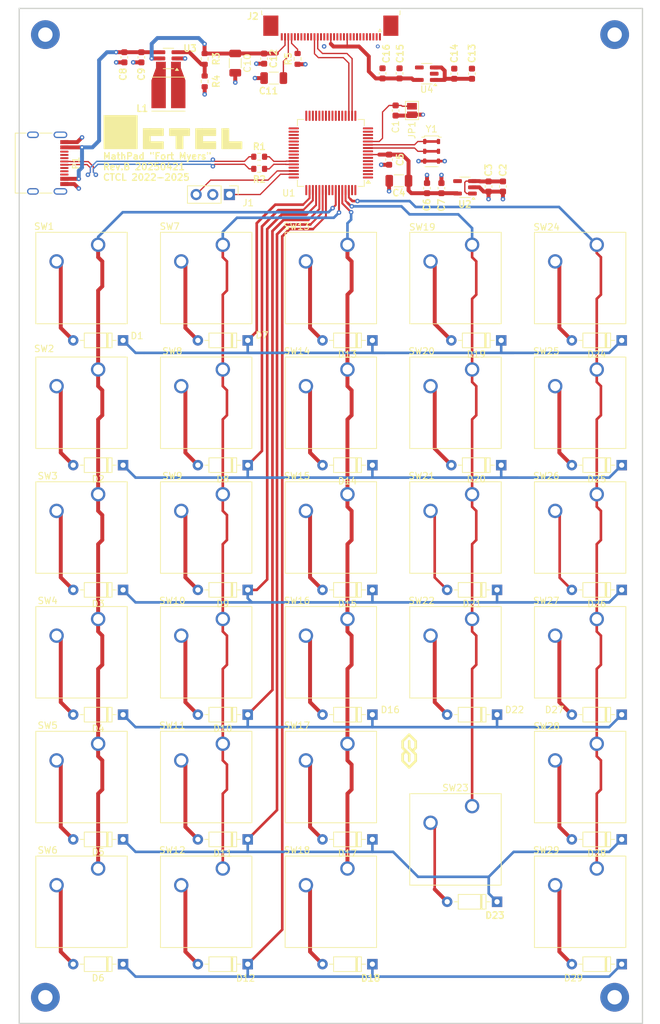
<source format=kicad_pcb>
(kicad_pcb (version 20240108) (generator "pcbnew") (generator_version "8.0")
  (layers (0 "F.Cu" signal) (1 "In1.Cu" signal) (2 "In2.Cu" signal) (31 "B.Cu" signal) (34 "B.Paste" user) (35 "F.Paste" user) (36 "B.SilkS" user "B.Silkscreen") (37 "F.SilkS" user "F.Silkscreen") (38 "B.Mask" user) (39 "F.Mask" user) (44 "Edge.Cuts" user))
  (net 0 "")
  (net 1 "GND")
  (net 2 "Net-(JP1-A)")
  (net 3 "VBUS")
  (net 4 "SYS_3V3")
  (net 5 "DISP_12V")
  (net 6 "Net-(J2-Pin_29)")
  (net 7 "DISP_3V3_IO")
  (net 8 "KEY_R1")
  (net 9 "Net-(D1-A)")
  (net 10 "KEY_R2")
  (net 11 "Net-(D2-A)")
  (net 12 "KEY_R3")
  (net 13 "Net-(D3-A)")
  (net 14 "Net-(D4-A)")
  (net 15 "KEY_R4")
  (net 16 "Net-(D5-A)")
  (net 17 "KEY_R5")
  (net 18 "KEY_R6")
  (net 19 "Net-(D6-A)")
  (net 20 "Net-(D7-A)")
  (net 21 "Net-(D8-A)")
  (net 22 "Net-(D9-A)")
  (net 23 "Net-(D10-A)")
  (net 24 "Net-(D11-A)")
  (net 25 "Net-(D12-A)")
  (net 26 "Net-(D13-A)")
  (net 27 "Net-(D14-A)")
  (net 28 "Net-(D15-A)")
  (net 29 "Net-(D16-A)")
  (net 30 "Net-(D17-A)")
  (net 31 "Net-(D18-A)")
  (net 32 "Net-(D19-A)")
  (net 33 "Net-(D20-A)")
  (net 34 "Net-(D21-A)")
  (net 35 "Net-(D22-A)")
  (net 36 "Net-(D23-A)")
  (net 37 "Net-(D24-A)")
  (net 38 "Net-(D25-A)")
  (net 39 "Net-(D26-A)")
  (net 40 "Net-(D27-A)")
  (net 41 "Net-(D28-A)")
  (net 42 "Net-(D29-A)")
  (net 43 "Net-(J1-Pin_1)")
  (net 44 "Net-(J1-Pin_3)")
  (net 49 "DISP_CL")
  (net 55 "DISP_DO")
  (net 57 "Net-(J2-Pin_28)")
  (net 59 "DISP_CS")
  (net 65 "Net-(U3-SW)")
  (net 68 "USB_CN_N")
  (net 69 "USB_CN_P")
  (net 70 "/USB_N")
  (net 71 "Net-(U3-FB)")
  (net 72 "KEY_C1")
  (net 73 "KEY_C2")
  (net 74 "KEY_C3")
  (net 75 "KEY_C4")
  (net 76 "KEY_C5")
  (net 77 "Net-(U1-PF0)")
  (net 115 "Net-(U1-PF1)")
  (net 126 "/USB_P")
  (footprint "Button_Switch_Keyboard:SW_Cherry_MX_1.00u_PCB" (layer "F.Cu") (at 81.115 123.24)
    (property "Reference" "SW10")
    (property "Value" "SW_Push")
  )
  (footprint "Button_Switch_Keyboard:SW_Cherry_MX_1.00u_PCB" (layer "F.Cu") (at 138.265 104.19)
    (property "Reference" "SW26")
    (property "Value" "SW_Push")
  )
  (footprint "Diode_THT:D_DO-35_SOD27_P7.62mm_Horizontal" (layer "F.Cu") (at 65.875 99.745 180)
    (property "Reference" "D2")
    (property "Value" "1N4148")
  )
  (footprint "MountingHole:MountingHole_2.2mm_M2_Pad" (layer "F.Cu") (at 54 34)
    (property "Reference" "H1" (hide yes))
    (property "Value" "MountingHole_Pad")
  )
  (footprint "Capacitor_SMD:C_0603_1608Metric" (layer "F.Cu") (at 116.4875 39.97 90)
    (property "Reference" "C14")
    (property "Value" "100nF")
  )
  (footprint "Package_TO_SOT_SMD:TSOT-23-5" (layer "F.Cu") (at 112.2875 39.97 180)
    (property "Reference" "U4")
    (property "Value" "RT9078-33GJS")
  )
  (footprint "Button_Switch_Keyboard:SW_Cherry_MX_1.00u_PCB" (layer "F.Cu") (at 119.215 123.24)
    (property "Reference" "SW22")
    (property "Value" "SW_Push")
  )
  (footprint "Diode_THT:D_DO-35_SOD27_P7.62mm_Horizontal" (layer "F.Cu") (at 142.075 99.745 180)
    (property "Reference" "D25")
    (property "Value" "1N4148")
  )
  (footprint "Diode_THT:D_DO-35_SOD27_P7.62mm_Horizontal" (layer "F.Cu") (at 84.925 156.895 180)
    (property "Reference" "D11")
    (property "Value" "1N4148")
  )
  (footprint "Button_Switch_Keyboard:SW_Cherry_MX_1.00u_PCB" (layer "F.Cu") (at 100.165 66.09)
    (property "Reference" "SW13")
    (property "Value" "SW_Push")
  )
  (footprint "Button_Switch_Keyboard:SW_Cherry_MX_1.00u_PCB" (layer "F.Cu") (at 81.115 104.19)
    (property "Reference" "SW9")
    (property "Value" "SW_Push")
  )
  (footprint "Inductor_SMD:L_Taiyo-Yuden_MD-5050" (layer "F.Cu") (at 72.805 43.09)
    (property "Reference" "L1")
    (property "Value" "L_Small")
  )
  (footprint "Diode_THT:D_DO-35_SOD27_P7.62mm_Horizontal" (layer "F.Cu") (at 123.66 99.745 180)
    (property "Reference" "D20")
    (property "Value" "1N4148")
  )
  (footprint "Button_Switch_Keyboard:SW_Cherry_MX_1.00u_PCB" (layer "F.Cu") (at 138.265 85.14)
    (property "Reference" "SW25")
    (property "Value" "SW_Push")
  )
  (footprint "Button_Switch_Keyboard:SW_Cherry_MX_1.00u_PCB" (layer "F.Cu") (at 138.265 66.09)
    (property "Reference" "SW24")
    (property "Value" "SW_Push")
  )
  (footprint "Resistor_SMD:R_0603_1608Metric" (layer "F.Cu") (at 78.3425 41.14 -90)
    (property "Reference" "R4")
    (property "Value" "68K")
  )
  (footprint "Diode_THT:D_DO-35_SOD27_P7.62mm_Horizontal" (layer "F.Cu") (at 65.875 80.695 180)
    (property "Reference" "D1")
    (property "Value" "1N4148")
  )
  (footprint "Button_Switch_Keyboard:SW_Cherry_MX_1.00u_PCB" (layer "F.Cu") (at 138.265 142.29)
    (property "Reference" "SW28")
    (property "Value" "SW_Push")
  )
  (footprint "Capacitor_SMD:C_0603_1608Metric" (layer "F.Cu") (at 66.0675 37.465 -90)
    (property "Reference" "C8")
    (property "Value" "1uF")
  )
  (footprint "Button_Switch_Keyboard:SW_Cherry_MX_1.00u_PCB" (layer "F.Cu") (at 100.165 85.14)
    (property "Reference" "SW14")
    (property "Value" "SW_Push")
  )
  (footprint "Diode_THT:D_DO-35_SOD27_P7.62mm_Horizontal" (layer "F.Cu") (at 123.66 80.695 180)
    (property "Reference" "D19")
    (property "Value" "1N4148")
  )
  (footprint "Button_Switch_Keyboard:SW_Cherry_MX_1.00u_PCB" (layer "F.Cu") (at 62.065 161.34)
    (property "Reference" "SW6")
    (property "Value" "SW_Push")
  )
  (footprint "Package_TO_SOT_SMD:SOT-23-6" (layer "F.Cu") (at 72.805 37.64 180)
    (property "Reference" "U3")
    (property "Value" "TLV61046ADB")
  )
  (footprint "Capacitor_SMD:C_0603_1608Metric" (layer "F.Cu") (at 87.425 37.665 -90)
    (property "Reference" "C12")
    (property "Value" "100nF")
  )
  (footprint "Diode_THT:D_DO-35_SOD27_P7.62mm_Horizontal" (layer "F.Cu") (at 103.975 99.745 180)
    (property "Reference" "D14")
    (property "Value" "1N4148")
  )
  (footprint "Capacitor_SMD:C_0603_1608Metric" (layer "F.Cu") (at 114.525 57.445 90)
    (property "Reference" "C7")
    (property "Value" "1uF")
  )
  (footprint "Diode_THT:D_DO-35_SOD27_P7.62mm_Horizontal" (layer "F.Cu") (at 65.875 156.895 180)
    (property "Reference" "D5")
    (property "Value" "1N4148")
  )
  (footprint "Package_TO_SOT_SMD:TSOT-23-5" (layer "F.Cu") (at 118.125 57.32 180)
    (property "Reference" "U2")
    (property "Value" "RT9078-33GJS")
  )
  (footprint "Diode_THT:D_DO-35_SOD27_P7.62mm_Horizontal" (layer "F.Cu") (at 142.075 80.695 180)
    (property "Reference" "D24")
    (property "Value" "1N4148")
  )
  (footprint "Diode_THT:D_DO-35_SOD27_P7.62mm_Horizontal" (layer "F.Cu") (at 142.075 156.895 180)
    (property "Reference" "D28")
    (property "Value" "1N4148")
  )
  (footprint "Button_Switch_Keyboard:SW_Cherry_MX_1.00u_PCB" (layer "F.Cu") (at 138.265 161.34)
    (property "Reference" "SW29")
    (property "Value" "SW_Push")
  )
  (footprint "Diode_THT:D_DO-35_SOD27_P7.62mm_Horizontal" (layer "F.Cu") (at 84.925 99.745 180)
    (property "Reference" "D8")
    (property "Value" "1N4148")
  )
  (footprint "Diode_THT:D_DO-35_SOD27_P7.62mm_Horizontal" (layer "F.Cu") (at 103.975 137.845 180)
    (property "Reference" "D16")
    (property "Value" "1N4148")
  )
  (footprint "MountingHole:MountingHole_2.2mm_M2_Pad" (layer "F.Cu") (at 141 34)
    (property "Reference" "H4" (hide yes))
    (property "Value" "MountingHole_Pad")
  )
  (footprint "Diode_THT:D_DO-35_SOD27_P7.62mm_Horizontal" (layer "F.Cu") (at 123.025 166.42 180)
    (property "Reference" "D23")
    (property "Value" "1N4148")
  )
  (footprint "Diode_THT:D_DO-35_SOD27_P7.62mm_Horizontal" (layer "F.Cu") (at 142.075 175.945 180)
    (property "Reference" "D29")
    (property "Value" "1N4148")
  )
  (footprint "Button_Switch_Keyboard:SW_Cherry_MX_1.00u_PCB" (layer "F.Cu") (at 81.115 142.29)
    (property "Reference" "SW11")
    (property "Value" "SW_Push")
  )
  (footprint "Capacitor_SMD:C_0603_1608Metric" (layer "F.Cu") (at 68.6675 37.465 -90)
    (property "Reference" "C9")
    (property "Value" "100nF")
  )
  (footprint "Diode_THT:D_DO-35_SOD27_P7.62mm_Horizontal" (layer "F.Cu") (at 84.925 137.845 180)
    (property "Reference" "D10")
    (property "Value" "1N4148")
  )
  (footprint "Button_Switch_Keyboard:SW_Cherry_MX_1.00u_PCB" (layer "F.Cu") (at 100.165 142.29)
    (property "Reference" "SW17")
    (property "Value" "SW_Push")
  )
  (footprint "Button_Switch_Keyboard:SW_Cherry_MX_1.00u_PCB" (layer "F.Cu") (at 62.065 66.09)
    (property "Reference" "SW1")
    (property "Value" "SW_Push")
  )
  (footprint "Diode_THT:D_DO-35_SOD27_P7.62mm_Horizontal" (layer "F.Cu") (at 65.875 137.845 180)
    (property "Reference" "D4")
    (property "Value" "1N4148")
  )
  (footprint "Diode_THT:D_DO-35_SOD27_P7.62mm_Horizontal" (layer "F.Cu") (at 65.875 118.795 180)
    (property "Reference" "D3")
    (property "Value" "1N4148")
  )
  (footprint "Connector_USB:USB_C_Receptacle_G-Switch_GT-USB-7010ASV" (layer "F.Cu") (at 53.175 53.62 -90)
    (property "Reference" "P1")
    (property "Value" "USB_C_Plug_USB2.0")
  )
  (footprint "Diode_THT:D_DO-35_SOD27_P7.62mm_Horizontal" (layer "F.Cu") (at 84.925 118.795 180)
    (property "Reference" "D9")
    (property "Value" "1N4148")
  )
  (footprint "MountingHole:MountingHole_2.2mm_M2_Pad" (layer "F.Cu") (at 141 181)
    (property "Reference" "H3" (hide yes))
    (property "Value" "MountingHole_Pad")
  )
  (footprint "Diode_THT:D_DO-35_SOD27_P7.62mm_Horizontal" (layer "F.Cu") (at 142.075 118.795 180)
    (property "Reference" "D26")
    (property "Value" "1N4148")
  )
  (footprint "Diode_THT:D_DO-35_SOD27_P7.62mm_Horizontal" (layer "F.Cu") (at 84.925 80.695 180)
    (property "Reference" "D7")
    (property "Value" "1N4148")
  )
  (footprint "Resistor_SMD:R_0603_1608Metric" (layer "F.Cu") (at 86.675 54.5 180)
    (property "Reference" "R2")
    (property "Value" "0")
  )
  (footprint "Button_Switch_Keyboard:SW_Cherry_MX_1.00u_PCB" (layer "F.Cu") (at 62.065 142.29)
    (property "Reference" "SW5")
    (property "Value" "SW_Push")
  )
  (footprint "Button_Switch_Keyboard:SW_Cherry_MX_1.00u_PCB" (layer "F.Cu") (at 62.065 104.19)
    (property "Reference" "SW3")
    (property "Value" "SW_Push")
  )
  (footprint "Capacitor_SMD:C_1206_3216Metric" (layer "F.Cu") (at 108.025 56.32 180)
    (property "Reference" "C4")
    (property "Value" "4.7uF")
  )
  (footprint "Diode_THT:D_DO-35_SOD27_P7.62mm_Horizontal" (layer "F.Cu") (at 65.875 175.945 180)
    (property "Reference" "D6")
    (property "Value" "1N4148")
  )
  (footprint "Button_Switch_Keyboard:SW_Cherry_MX_1.00u_PCB" (layer "F.Cu") (at 119.215 66.09)
    (property "Reference" "SW19")
    (property "Value" "SW_Push")
  )
  (footprint "Diode_THT:D_DO-35_SOD27_P7.62mm_Horizontal" (layer "F.Cu") (at 84.925 175.945 180)
    (property "Reference" "D12")
    (property "Value" "1N4148")
  )
  (footprint "Capacitor_SMD:C_0603_1608Metric" (layer "F.Cu") (at 106.525 53.095 -90)
    (property "Reference" "C5")
    (property "Value" "100nF")
  )
  (footprint "Button_Switch_Keyboard:SW_Cherry_MX_1.00u_PCB" (layer "F.Cu") (at 119.215 85.14)
    (property "Reference" "SW20")
    (property "Value" "SW_Push")
  )
  (footprint "Button_Switch_Keyboard:SW_Cherry_MX_1.00u_PCB" (layer "F.Cu") (at 81.115 66.09)
    (property "Reference" "SW7")
    (property "Value" "SW_Push")
  )
  (footprint "Capacitor_SMD:C_0603_1608Metric" (layer "F.Cu") (at 105.525 39.92 90)
    (property "Reference" "C16")
    (property "Value" "1uF")
  )
  (footprint "Diode_THT:D_DO-35_SOD27_P7.62mm_Horizontal" (layer "F.Cu") (at 103.975 118.795 180)
    (property "Reference" "D15")
    (property "Value" "1N4148")
  )
  (footprint "MountingHole:MountingHole_2.2mm_M2_Pad" (layer "F.Cu") (at 54 181)
    (property "Reference" "H2" (hide yes))
    (property "Value" "MountingHole_Pad")
  )
  (footprint "Resistor_SMD:R_0603_1608Metric" (layer "F.Cu") (at 92.545 37.705 90)
    (property "Reference" "R5")
    (property "Value" "910K")
  )
  (footprint "Button_Switch_Keyboard:SW_Cherry_MX_1.00u_PCB" (layer "F.Cu") (at 119.215 104.19)
    (property "Reference" "SW21")
    (property "Value" "SW_Push")
  )
  (footprint "Capacitor_SMD:C_1206_3216Metric" (layer "F.Cu") (at 83.02 38.355 -90)
    (property "Reference" "C10")
    (property "Value" "4.7uF")
  )
  (footprint "Capacitor_SMD:C_0603_1608Metric" (layer "F.Cu") (at 107.525 45.59 -90)
    (property "Reference" "C1")
    (property "Value" "100nF")
  )
  (footprint "Button_Switch_Keyboard:SW_Cherry_MX_1.00u_PCB" (layer "F.Cu") (at 62.065 85.14)
    (property "Reference" "SW2")
    (property "Value" "SW_Push")
  )
  (footprint "Diode_THT:D_DO-35_SOD27_P7.62mm_Horizontal" (layer "F.Cu") (at 103.975 80.695 180)
    (property "Reference" "D13")
    (property "Value" "1N4148")
  )
  (footprint "Capacitor_SMD:C_0603_1608Metric" (layer "F.Cu") (at 119.1875 39.97 90)
    (property "Reference" "C13")
    (property "Value" "1uF")
  )
  (footprint "Button_Switch_Keyboard:SW_Cherry_MX_1.00u_PCB" (layer "F.Cu") (at 100.165 104.19)
    (property "Reference" "SW15")
    (property "Value" "SW_Push")
  )
  (footprint "Diode_THT:D_DO-35_SOD27_P7.62mm_Horizontal" (layer "F.Cu") (at 103.975 175.945 180)
    (property "Reference" "D18")
    (property "Value" "1N4148")
  )
  (footprint "Capacitor_SMD:C_1206_3216Metric" (layer "F.Cu") (at 88.9 40.64 180)
    (property "Reference" "C11")
    (property "Value" "4.7uF")
  )
  (footprint "Diode_THT:D_DO-35_SOD27_P7.62mm_Horizontal" (layer "F.Cu") (at 123.025 137.845 180)
    (property "Reference" "D22")
    (property "Value" "1N4148")
  )
  (footprint "Jumper:SolderJumper-2_P1.3mm_Open_Pad1.0x1.5mm" (layer "F.Cu") (at 110.025 45.59 -90)
    (property "Reference" "JP1")
    (property "Value" "Jumper_2_Open")
  )
  (footprint "Package_QFP:LQFP-64_10x10mm_P0.5mm" (layer "F.Cu") (at 97.625 52.07 180)
    (property "Reference" "U1")
    (property "Value" "STM32G0B1RCTx")
  )
  (footprint "Button_Switch_Keyboard:SW_Cherry_MX_1.00u_PCB" (layer "F.Cu") (at 100.165 161.34)
    (property "Reference" "SW18")
    (property "Value" "SW_Push")
  )
  (footprint "Diode_THT:D_DO-35_SOD27_P7.62mm_Horizontal" (layer "F.Cu") (at 142.075 137.845 180)
    (property "Reference" "D27")
    (property "Value" "1N4148")
  )
  (footprint "Button_Switch_Keyboard:SW_Cherry_MX_1.00u_PCB" (layer "F.Cu") (at 119.215 151.815)
    (property "Reference" "SW23")
    (property "Value" "SW_Push")
  )
  (footprint "Resistor_SMD:R_0603_1608Metric" (layer "F.Cu") (at 86.675 52.65 180)
    (property "Reference" "R1")
    (property "Value" "0")
  )
  (footprint "Capacitor_SMD:C_0603_1608Metric" (layer "F.Cu") (at 112.325 57.445 90)
    (property "Reference" "C6")
    (property "Value" "100nF")
  )
  (footprint "Capacitor_SMD:C_0603_1608Metric" (layer "F.Cu") (at 108.125 39.92 90)
    (property "Reference" "C15")
    (property "Value" "100nF")
  )
  (footprint "Button_Switch_Keyboard:SW_Cherry_MX_1.00u_PCB" (layer "F.Cu") (at 138.265 123.24)
    (property "Reference" "SW27")
    (property "Value" "SW_Push")
  )
  (footprint "Connector_FFC-FPC:TE_3-1734839-1_1x31-1MP_P0.5mm_Horizontal" (layer "F.Cu") (at 97.625 32.99 180)
    (property "Reference" "J2")
    (property "Value" "Conn_01x31_Shielded")
  )
  (footprint "Capacitor_SMD:C_0603_1608Metric" (layer "F.Cu") (at 123.925 57.195 -90)
    (property "Reference" "C2")
    (property "Value" "1uF")
  )
  (footprint "Capacitor_SMD:C_0603_1608Metric" (layer "F.Cu") (at 121.725 57.195 -90)
    (property "Reference" "C3")
    (property "Value" "100nF")
  )
  (footprint "Connector_PinHeader_2.54mm:PinHeader_1x03_P2.54mm_Vertical" (layer "F.Cu") (at 82.125 58.42 -90)
    (property "Reference" "J1")
    (property "Value" "SWD")
  )
  (footprint "Button_Switch_Keyboard:SW_Cherry_MX_1.00u_PCB" (layer "F.Cu") (at 100.165 123.24)
    (property "Reference" "SW16")
    (property "Value" "SW_Push")
  )
  (footprint "Diode_THT:D_DO-35_SOD27_P7.62mm_Horizontal" (layer "F.Cu") (at 103.975 156.895 180)
    (property "Reference" "D17")
    (property "Value" "1N4148")
  )
  (footprint "Resistor_SMD:R_0603_1608Metric" (layer "F.Cu") (at 78.3425 37.715 -90)
    (property "Reference" "R3")
    (property "Value" "1M")
  )
  (footprint "Button_Switch_Keyboard:SW_Cherry_MX_1.00u_PCB" (layer "F.Cu") (at 81.115 161.34)
    (property "Reference" "SW12")
    (property "Value" "SW_Push")
  )
  (footprint "Button_Switch_Keyboard:SW_Cherry_MX_1.00u_PCB" (layer "F.Cu") (at 81.115 85.14)
    (property "Reference" "SW8")
    (property "Value" "SW_Push")
  )
  (footprint "Crystal:Resonator_SMD_Murata_CSTCR_4.5x2x1.15mm" (layer "F.Cu") (at 113.025 51.82)
    (property "Reference" "Y1")
    (property "Value" "Crystal_GND3_Small")
  )
  (footprint "Diode_THT:D_DO-35_SOD27_P7.62mm_Horizontal" (layer "F.Cu") (at 123.025 118.795 180)
    (property "Reference" "D21")
    (property "Value" "1N4148")
  )
  (footprint "Button_Switch_Keyboard:SW_Cherry_MX_1.00u_PCB" (layer "F.Cu") (at 62.065 123.24)
    (property "Reference" "SW4")
    (property "Value" "SW_Push")
  )
  (gr_poly (pts (xy 70.255 45.19) (xy 70.255 40.99) (xy 70.955 39.09) (xy 70.955 38.19) (xy 72.355 38.19) (xy 72.355 45.19)) (stroke (width 0.1)) (fill solid) (layer "F.Cu") (net 3))
  (gr_poly (pts (xy 75.355 45.19) (xy 75.355 40.99) (xy 74.655 39.09) (xy 74.655 38.19) (xy 73.255 38.19) (xy 73.255 45.19)) (stroke (width 0.1)) (fill solid) (layer "F.Cu") (net 65))
  (gr_line (start 109.6 140.9) (end 110.6 141.9) (stroke (width 0.4)) (layer "F.SilkS"))
  (gr_line (start 108.6 141.9) (end 108.6 142.9) (stroke (width 0.4)) (layer "F.SilkS"))
  (gr_line (start 108.6 143.9) (end 109.1 143.4) (stroke (width 0.4)) (layer "F.SilkS"))
  (gr_rect (start 69 48.39) (end 70 51.39) (stroke (width 0.2)) (fill solid) (layer "F.SilkS"))
  (gr_rect (start 82 50.39) (end 84 51.39) (stroke (width 0.2)) (fill solid) (layer "F.SilkS"))
  (gr_rect (start 63 46.39) (end 68 51.39) (stroke (width 0.2)) (fill solid) (layer "F.SilkS"))
  (gr_line (start 109.6 144.9) (end 109.6 143.9) (stroke (width 0.4)) (layer "F.SilkS"))
  (gr_line (start 110.6 143.9) (end 110.6 144.9) (stroke (width 0.4)) (layer "F.SilkS"))
  (gr_rect (start 70 50.39) (end 72 51.39) (stroke (width 0.2)) (fill solid) (layer "F.SilkS"))
  (gr_line (start 109.6 141.9) (end 109.6 142.9) (stroke (width 0.4)) (layer "F.SilkS"))
  (gr_rect (start 78 48.39) (end 80 49.39) (stroke (width 0.2)) (fill solid) (layer "F.SilkS"))
  (gr_rect (start 70 48.39) (end 72 49.39) (stroke (width 0.2)) (fill solid) (layer "F.SilkS"))
  (gr_rect (start 77 48.39) (end 78 51.39) (stroke (width 0.2)) (fill solid) (layer "F.SilkS"))
  (gr_line (start 110.6 142.9) (end 110.1 143.4) (stroke (width 0.4)) (layer "F.SilkS"))
  (gr_line (start 109.6 140.9) (end 108.6 141.9) (stroke (width 0.4)) (layer "F.SilkS"))
  (gr_line (start 109.6 145.9) (end 108.6 144.9) (stroke (width 0.4)) (layer "F.SilkS"))
  (gr_line (start 110.6 144.9) (end 109.6 145.9) (stroke (width 0.4)) (layer "F.SilkS"))
  (gr_line (start 108.6 143.9) (end 108.6 144.9) (stroke (width 0.4)) (layer "F.SilkS"))
  (gr_rect (start 81 48.39) (end 82 51.39) (stroke (width 0.2)) (fill solid) (layer "F.SilkS"))
  (gr_rect (start 78 50.39) (end 80 51.39) (stroke (width 0.2)) (fill solid) (layer "F.SilkS"))
  (gr_line (start 110.6 142.9) (end 110.6 141.9) (stroke (width 0.4)) (layer "F.SilkS"))
  (gr_rect (start 73 48.39) (end 76 49.39) (stroke (width 0.2)) (fill solid) (layer "F.SilkS"))
  (gr_rect (start 74 49.39) (end 75 51.39) (stroke (width 0.2)) (fill solid) (layer "F.SilkS"))
  (gr_line (start 109.6 142.9) (end 110.6 143.9) (stroke (width 0.4)) (layer "F.SilkS"))
  (gr_line (start 108.6 142.9) (end 109.6 143.9) (stroke (width 0.4)) (layer "F.SilkS"))
  (gr_rect (start 50 30) (end 145.25 185) (stroke (width 0.2)) (fill none) (layer "Edge.Cuts"))
  (gr_text "MathPad {dblquote}Fort Myers{dblquote}\nRev.B 20250421\nCTCL 2022-2025" (at 62.7 56.38 0) (layer "F.SilkS") (effects (font (size 1 1) (thickness 0.2) (bold yes)) (justify left bottom)))
  (via (at 104.8 35.8) (size 0.6) (drill 0.3) (layers "F.Cu" "B.Cu") (net 0))
  (via (at 96.6 35.8) (size 0.7) (drill 0.3) (layers "F.Cu" "B.Cu") (net 0))
  (segment (start 107.525 46.365) (end 109.9 46.365) (width 0.6) (layer "F.Cu") (net 1))
  (segment (start 110.045 46.22) (end 110.025 46.24) (width 0.6) (layer "F.Cu") (net 1))
  (segment (start 58.42 56.82) (end 56.9 56.82) (width 0.6) (layer "F.Cu") (net 1))
  (segment (start 106.525 57.92) (end 106.525 56.345) (width 0.6) (layer "F.Cu") (net 1))
  (segment (start 115.025 53.32) (end 111.025 53.32) (width 0.4) (layer "F.Cu") (net 1))
  (segment (start 64.825 38.24) (end 66.0675 38.24) (width 0.6) (layer "F.Cu") (net 1))
  (segment (start 59.1 57.5) (end 58.42 56.82) (width 0.6) (layer "F.Cu") (net 1))
  (segment (start 75.345 37.64) (end 73.9425 37.64) (width 0.6) (layer "F.Cu") (net 1))
  (segment (start 120.325 57.32) (end 120.975 57.97) (width 0.6) (layer "F.Cu") (net 1))
  (segment (start 86.025 40.64) (end 87.425 40.64) (width 0.6) (layer "F.Cu") (net 1))
  (segment (start 114.525 55.445) (end 114.525 56.67) (width 0.6) (layer "F.Cu") (net 1))
  (segment (start 121.725 57.97) (end 121.725 59.12) (width 0.6) (layer "F.Cu") (net 1))
  (segment (start 114.53 55.44) (end 114.525 55.445) (width 0.6) (layer "F.Cu") (net 1))
  (segment (start 112.325 55.445) (end 112.325 56.67) (width 0.6) (layer "F.Cu") (net 1))
  (segment (start 109.9 46.365) (end 110.025 46.24) (width 0.6) (layer "F.Cu") (net 1))
  (segment (start 83.025 41.32) (end 83.02 41.315) (width 0.6) (layer "F.Cu") (net 1))
  (segment (start 83.02 41.315) (end 83.02 39.83) (width 0.6) (layer "F.Cu") (net 1))
  (segment (start 119.2625 57.32) (end 120.325 57.32) (width 0.6) (layer "F.Cu") (net 1))
  (segment (start 112.32 55.44) (end 112.325 55.445) (width 0.6) (layer "F.Cu") (net 1))
  (segment (start 59.6 49.7) (end 58.88 50.42) (width 0.6) (layer "F.Cu") (net 1))
  (segment (start 111.725 46.22) (end 110.045 46.22) (width 0.6) (layer "F.Cu") (net 1))
  (segment (start 105.325 53.87) (end 106.525 53.87) (width 0.6) (layer "F.Cu") (net 1))
  (segment (start 58.88 50.42) (end 56.9 50.42) (width 0.6) (layer "F.Cu") (net 1))
  (segment (start 92.545 38.53) (end 93.73 38.53) (width 0.6) (layer "F.Cu") (net 1))
  (segment (start 106.525 56.345) (end 106.55 56.32) (width 0.2) (layer "F.Cu") (net 1))
  (segment (start 78.3425 43.12) (end 78.3425 41.965) (width 0.6) (layer "F.Cu") (net 1))
  (segment (start 120.975 57.97) (end 123.925 57.97) (width 0.6) (layer "F.Cu") (net 1))
  (segment (start 86.24 38.44) (end 87.425 38.44) (width 0.6) (layer "F.Cu") (net 1))
  (segment (start 123.925 57.97) (end 123.925 59.12) (width 0.6) (layer "F.Cu") (net 1))
  (segment (start 67.425 38.24) (end 68.6675 38.24) (width 0.6) (layer "F.Cu") (net 1))
  (via (at 67.425 38.24) (size 0.7) (drill 0.3) (layers "F.Cu" "B.Cu") (net 1))
  (via (at 111.025 53.32) (size 0.7) (drill 0.3) (layers "F.Cu" "B.Cu") (net 1))
  (via (at 64.825 38.24) (size 0.7) (drill 0.3) (layers "F.Cu" "B.Cu") (net 1))
  (via (at 75.345 37.64) (size 0.7) (drill 0.3) (layers "F.Cu" "B.Cu") (net 1))
  (via (at 114.53 55.44) (size 0.7) (drill 0.3) (layers "F.Cu" "B.Cu") (net 1))
  (via (at 121.725 59.12) (size 0.7) (drill 0.3) (layers "F.Cu" "B.Cu") (net 1))
  (via (at 111.725 46.22) (size 0.6) (drill 0.3) (layers "F.Cu" "B.Cu") (net 1))
  (via (at 83.025 41.32) (size 0.7) (drill 0.3) (layers "F.Cu" "B.Cu") (net 1))
  (via (at 86.025 40.64) (size 0.7) (drill 0.3) (layers "F.Cu" "B.Cu") (net 1))
  (via (at 86.24 38.44) (size 0.7) (drill 0.3) (layers "F.Cu" "B.Cu") (net 1))
  (via (at 123.925 59.12) (size 0.7) (drill 0.3) (layers "F.Cu" "B.Cu") (net 1))
  (via (at 115.025 53.32) (size 0.7) (drill 0.3) (layers "F.Cu" "B.Cu") (net 1))
  (via (at 112.32 55.44) (size 0.7) (drill 0.3) (layers "F.Cu" "B.Cu") (net 1))
  (via (at 59.1 57.5) (size 0.7) (drill 0.3) (layers "F.Cu" "B.Cu") (net 1))
  (via (at 105.325 53.87) (size 0.7) (drill 0.3) (layers "F.Cu" "B.Cu") (net 1))
  (via (at 93.73 38.53) (size 0.7) (drill 0.3) (layers "F.Cu" "B.Cu") (net 1))
  (via (at 59.6 49.7) (size 0.7) (drill 0.3) (layers "F.Cu" "B.Cu") (net 1))
  (via (at 78.3425 43.12) (size 0.7) (drill 0.3) (layers "F.Cu" "B.Cu") (net 1))
  (via (at 106.525 57.92) (size 0.7) (drill 0.3) (layers "F.Cu" "B.Cu") (net 1))
  (segment (start 108.525 44.94) (end 110.025 44.94) (width 0.2) (layer "F.Cu") (net 2))
  (segment (start 108.4 44.815) (end 108.525 44.94) (width 0.2) (layer "F.Cu") (net 2))
  (segment (start 105.525 49.82) (end 105.525 45.82) (width 0.2) (layer "F.Cu") (net 2))
  (segment (start 106.53 44.815) (end 107.525 44.815) (width 0.2) (layer "F.Cu") (net 2))
  (segment (start 105.025 50.32) (end 105.525 49.82) (width 0.2) (layer "F.Cu") (net 2))
  (segment (start 105.525 45.82) (end 106.53 44.815) (width 0.2) (layer "F.Cu") (net 2))
  (segment (start 107.525 44.815) (end 108.4 44.815) (width 0.2) (layer "F.Cu") (net 2))
  (segment (start 103.3 50.32) (end 105.025 50.32) (width 0.2) (layer "F.Cu") (net 2))
  (segment (start 114.525 39.02) (end 113.425 39.02) (width 0.6) (layer "F.Cu") (net 3))
  (segment (start 71.6675 36.69) (end 66.0675 36.69) (width 0.6) (layer "F.Cu") (net 3))
  (segment (start 115.025 39.52) (end 114.525 39.02) (width 0.6) (layer "F.Cu") (net 3))
  (segment (start 120.425 56.42) (end 123.925 56.42) (width 0.6) (layer "F.Cu") (net 3))
  (segment (start 119.2625 56.37) (end 120.375 56.37) (width 0.6) (layer "F.Cu") (net 3))
  (segment (start 120.375 56.37) (end 120.425 56.42) (width 0.2) (layer "F.Cu") (net 3))
  (segment (start 59.1 56.02) (end 56.9 56.02) (width 0.6) (layer "F.Cu") (net 3))
  (segment (start 119.2625 58.27) (end 118.39 58.27) (width 0.2) (layer "F.Cu") (net 3))
  (segment (start 118.1 57.98) (end 118.1 56.56) (width 0.2) (layer "F.Cu") (net 3))
  (segment (start 118.39 58.27) (end 118.1 57.98) (width 0.2) (layer "F.Cu") (net 3))
  (segment (start 113.425 40.92) (end 115.025 40.92) (width 0.6) (layer "F.Cu") (net 3))
  (segment (start 66.0675 36.69) (end 64.82 36.69) (width 0.6) (layer "F.Cu") (net 3))
  (segment (start 115.025 40.92) (end 115.025 39.52) (width 0.6) (layer "F.Cu") (net 3))
  (segment (start 119.1875 40.745) (end 116.4875 40.745) (width 0.6) (layer "F.Cu") (net 3))
  (segment (start 59.6 51.22) (end 56.9 51.22) (width 0.6) (layer "F.Cu") (net 3))
  (segment (start 118.1 56.56) (end 118.29 56.37) (width 0.2) (layer "F.Cu") (net 3))
  (segment (start 118.29 56.37) (end 119.2625 56.37) (width 0.2) (layer "F.Cu") (net 3))
  (segment (start 115.2 40.745) (end 116.4875 40.745) (width 0.6) (layer "F.Cu") (net 3))
  (segment (start 115.025 40.92) (end 115.2 40.745) (width 0.6) (layer "F.Cu") (net 3))
  (via (at 59.1 56.02) (size 0.7) (drill 0.3) (layers "F.Cu" "B.Cu") (net 3))
  (via (at 59.6 51.22) (size 0.7) (drill 0.3) (layers "F.Cu" "B.Cu") (net 3))
  (via (at 64.8 36.69) (size 0.7) (drill 0.3) (layers "F.Cu" "B.Cu") (net 3))
  (segment (start 59.6 51.22) (end 59.6 54.3) (width 0.6) (layer "B.Cu") (net 3))
  (segment (start 64.8 36.69) (end 64.82 36.69) (width 0.6) (layer "B.Cu") (net 3))
  (segment (start 62.21 37.9) (end 63.42 36.69) (width 0.6) (layer "B.Cu") (net 3))
  (segment (start 61.19 51.22) (end 62.21 50.2) (width 0.6) (layer "B.Cu") (net 3))
  (segment (start 59.6 51.22) (end 61.19 51.22) (width 0.6) (layer "B.Cu") (net 3))
  (segment (start 62.21 50.2) (end 62.21 37.9) (width 0.6) (layer "B.Cu") (net 3))
  (segment (start 59.6 54.3) (end 59.1 54.8) (width 0.6) (layer "B.Cu") (net 3))
  (segment (start 59.1 54.8) (end 59.1 56.02) (width 0.6) (layer "B.Cu") (net 3))
  (segment (start 63.42 36.69) (end 64.8 36.69) (width 0.6) (layer "B.Cu") (net 3))
  (segment (start 109.5 56.32) (end 109.5 57.795) (width 0.6) (layer "F.Cu") (net 4))
  (segment (start 109.5 53.295) (end 109.5 56.32) (width 0.6) (layer "F.Cu") (net 4))
  (segment (start 108.525 52.32) (end 109.5 53.295) (width 0.6) (layer "F.Cu") (net 4))
  (segment (start 116.9375 58.22) (end 116.9875 58.27) (width 0.6) (layer "F.Cu") (net 4))
  (segment (start 103.3 52.32) (end 105.025 52.32) (width 0.2) (layer "F.Cu") (net 4))
  (segment (start 106.525 52.32) (end 105.025 52.32) (width 0.6) (layer "F.Cu") (net 4))
  (segment (start 109.925 58.22) (end 116.9375 58.22) (width 0.6) (layer "F.Cu") (net 4))
  (segment (start 106.525 52.32) (end 108.525 52.32) (width 0.6) (layer "F.Cu") (net 4))
  (segment (start 109.5 57.795) (end 109.925 58.22) (width 0.6) (layer "F.Cu") (net 4))
  (segment (start 78.325 35.42) (end 78.325 36.8725) (width 0.6) (layer "F.Cu") (net 5))
  (segment (start 87.425 36.89) (end 87.415 36.88) (width 0.2) (layer "F.Cu") (net 5))
  (segment (start 90.625 35.63) (end 89.375 36.88) (width 0.2) (layer "F.Cu") (net 5))
  (segment (start 89.375 36.88) (end 89.375 36.89) (width 0.2) (layer "F.Cu") (net 5))
  (segment (start 78.325 36.8725) (end 78.3425 36.89) (width 0.6) (layer "F.Cu") (net 5))
  (segment (start 89.375 36.89) (end 87.425 36.89) (width 0.6) (layer "F.Cu") (net 5))
  (segment (start 83.125 36.89) (end 78.3425 36.89) (width 0.6) (layer "F.Cu") (net 5))
  (segment (start 90.625 34.34) (end 90.625 35.63) (width 0.2) (layer "F.Cu") (net 5))
  (segment (start 71.6675 37.64) (end 70.245 37.64) (width 0.6) (layer "F.Cu") (net 5))
  (segment (start 87.415 36.88) (end 83.02 36.88) (width 0.6) (layer "F.Cu") (net 5))
  (via (at 70.245 37.64) (size 0.7) (drill 0.3) (layers "F.Cu" "B.Cu") (net 5))
  (via (at 78.325 35.42) (size 0.7) (drill 0.3) (layers "F.Cu" "B.Cu") (net 5))
  (segment (start 70.245 37.64) (end 70.245 35.4) (width 0.6) (layer "B.Cu") (net 5))
  (segment (start 71.125 34.52) (end 77.425 34.52) (width 0.6) (layer "B.Cu") (net 5))
  (segment (start 77.425 34.52) (end 78.325 35.42) (width 0.6) (layer "B.Cu") (net 5))
  (segment (start 70.245 35.4) (end 71.125 34.52) (width 0.6) (layer "B.Cu") (net 5))
  (segment (start 91.125 37.34) (end 90.375 38.09) (width 0.2) (layer "F.Cu") (net 6))
  (segment (start 90.375 38.09) (end 90.375 40.64) (width 0.2) (layer "F.Cu") (net 6))
  (segment (start 91.125 34.34) (end 91.125 37.34) (width 0.2) (layer "F.Cu") (net 6))
  (segment (start 103.425 37.32) (end 103.425 39.62) (width 0.6) (layer "F.Cu") (net 7))
  (segment (start 100.125 35.82) (end 98.025 35.82) (width 0.6) (layer "F.Cu") (net 7))
  (segment (start 103.425 39.62) (end 104.5 40.695) (width 0.6) (layer "F.Cu") (net 7))
  (segment (start 110.225 40.92) (end 110 40.695) (width 0.6) (layer "F.Cu") (net 7))
  (segment (start 100.125 34.34) (end 100.125 35.82) (width 0.2) (layer "F.Cu") (net 7))
  (segment (start 110 40.695) (end 105.525 40.695) (width 0.6) (layer "F.Cu") (net 7))
  (segment (start 104.5 40.695) (end 105.525 40.695) (width 0.6) (layer "F.Cu") (net 7))
  (segment (start 97.625 35.42) (end 97.625 35.22) (width 0.2) (layer "F.Cu") (net 7))
  (segment (start 100.125 35.82) (end 101.925 35.82) (width 0.6) (layer "F.Cu") (net 7))
  (segment (start 98.025 35.82) (end 97.625 35.42) (width 0.6) (layer "F.Cu") (net 7))
  (segment (start 101.925 35.82) (end 103.425 37.32) (width 0.6) (layer "F.Cu") (net 7))
  (segment (start 111.15 40.92) (end 110.225 40.92) (width 0.6) (layer "F.Cu") (net 7))
  (segment (start 97.625 35.22) (end 97.625 34.34) (width 0.2) (layer "F.Cu") (net 7))
  (segment (start 94.375 57.745) (end 94.375 58.975) (width 0.3) (layer "F.Cu") (net 8))
  (segment (start 84.925 80.695) (end 86.3 79.32) (width 0.4) (layer "F.Cu") (net 8))
  (segment (start 86.3 62.8) (end 89.13 59.97) (width 0.4) (layer "F.Cu") (net 8))
  (segment (start 94.375 58.975) (end 93.38 59.97) (width 0.3) (layer "F.Cu") (net 8))
  (segment (start 86.3 79.32) (end 86.3 62.8) (width 0.4) (layer "F.Cu") (net 8))
  (segment (start 89.13 59.97) (end 93.38 59.97) (width 0.4) (layer "F.Cu") (net 8))
  (segment (start 105.88 82.6) (end 125.565 82.6) (width 0.4) (layer "B.Cu") (net 8))
  (segment (start 86.83 82.6) (end 105.88 82.6) (width 0.4) (layer "B.Cu") (net 8))
  (segment (start 65.875 80.695) (end 67.78 82.6) (width 0.4) (layer "B.Cu") (net 8))
  (segment (start 69.085 82.6) (end 86.83 82.6) (width 0.4) (layer "B.Cu") (net 8))
  (segment (start 84.925 82.6) (end 86.83 82.6) (width 0.4) (layer "B.Cu") (net 8))
  (segment (start 67.78 82.6) (end 69.085 82.6) (width 0.4) (layer "B.Cu") (net 8))
  (segment (start 103.975 82.6) (end 105.88 82.6) (width 0.4) (layer "B.Cu") (net 8))
  (segment (start 84.925 80.695) (end 84.925 82.6) (width 0.4) (layer "B.Cu") (net 8))
  (segment (start 123.66 82.6) (end 125.565 82.6) (width 0.4) (layer "B.Cu") (net 8))
  (segment (start 125.565 82.6) (end 140.17 82.6) (width 0.4) (layer "B.Cu") (net 8))
  (segment (start 103.975 80.695) (end 103.975 82.6) (width 0.4) (layer "B.Cu") (net 8))
  (segment (start 140.17 82.6) (end 142.075 80.695) (width 0.4) (layer "B.Cu") (net 8))
  (segment (start 123.66 80.695) (end 123.66 82.6) (width 0.4) (layer "B.Cu") (net 8))
  (segment (start 56.35 78.79) (end 58.255 80.695) (width 0.6) (layer "F.Cu") (net 9))
  (segment (start 56.35 69.265) (end 56.35 78.79) (width 0.6) (layer "F.Cu") (net 9))
  (segment (start 55.715 68.63) (end 56.35 69.265) (width 0.6) (layer "F.Cu") (net 9))
  (segment (start 94.875 59.325) (end 93.4 60.8) (width 0.3) (layer "F.Cu") (net 10))
  (segment (start 87.1 97.57) (end 84.925 99.745) (width 0.4) (layer "F.Cu") (net 10))
  (segment (start 87.1 63.3) (end 87.1 97.57) (width 0.4) (layer "F.Cu") (net 10))
  (segment (start 93.4 60.8) (end 89.6 60.8) (width 0.4) (layer "F.Cu") (net 10))
  (segment (start 94.875 57.745) (end 94.875 59.325) (width 0.3) (layer "F.Cu") (net 10))
  (segment (start 89.6 60.8) (end 87.1 63.3) (width 0.4) (layer "F.Cu") (net 10))
  (segment (start 103.975 101.65) (end 106.515 101.65) (width 0.4) (layer "B.Cu") (net 10))
  (segment (start 84.925 99.745) (end 84.925 101.65) (width 0.4) (layer "B.Cu") (net 10))
  (segment (start 123.66 101.65) (end 126.2 101.65) (width 0.4) (layer "B.Cu") (net 10))
  (segment (start 84.925 101.65) (end 87.465 101.65) (width 0.4) (layer "B.Cu") (net 10))
  (segment (start 103.975 99.745) (end 103.975 101.65) (width 0.4) (layer "B.Cu") (net 10))
  (segment (start 87.465 101.65) (end 106.515 101.65) (width 0.4) (layer "B.Cu") (net 10))
  (segment (start 106.515 101.65) (end 126.2 101.65) (width 0.4) (layer "B.Cu") (net 10))
  (segment (start 126.2 101.65) (end 140.17 101.65) (width 0.4) (layer "B.Cu") (net 10))
  (segment (start 140.17 101.65) (end 142.075 99.745) (width 0.4) (layer "B.Cu") (net 10))
  (segment (start 67.78 101.65) (end 87.465 101.65) (width 0.4) (layer "B.Cu") (net 10))
  (segment (start 123.66 99.745) (end 123.66 101.65) (width 0.4) (layer "B.Cu") (net 10))
  (segment (start 65.875 99.745) (end 67.78 101.65) (width 0.4) (layer "B.Cu") (net 10))
  (segment (start 55.715 87.68) (end 56.35 88.315) (width 0.6) (layer "F.Cu") (net 11))
  (segment (start 56.35 97.84) (end 58.255 99.745) (width 0.6) (layer "F.Cu") (net 11))
  (segment (start 56.35 88.315) (end 56.35 97.84) (width 0.6) (layer "F.Cu") (net 11))
  (segment (start 87.9 63.7) (end 90.1 61.5) (width 0.4) (layer "F.Cu") (net 12))
  (segment (start 95.375 57.745) (end 95.375 60.025) (width 0.3) (layer "F.Cu") (net 12))
  (segment (start 90.1 61.5) (end 93.9 61.5) (width 0.4) (layer "F.Cu") (net 12))
  (segment (start 87.9 117.2) (end 87.9 63.7) (width 0.4) (layer "F.Cu") (net 12))
  (segment (start 86.305 118.795) (end 87.9 117.2) (width 0.4) (layer "F.Cu") (net 12))
  (segment (start 95.375 60.025) (end 93.9 61.5) (width 0.3) (layer "F.Cu") (net 12))
  (segment (start 84.925 118.795) (end 86.305 118.795) (width 0.4) (layer "F.Cu") (net 12))
  (segment (start 140.17 120.7) (end 142.075 118.795) (width 0.4) (layer "B.Cu") (net 12))
  (segment (start 65.875 118.795) (end 67.78 120.7) (width 0.4) (layer "B.Cu") (net 12))
  (segment (start 84.925 118.795) (end 84.925 120.065) (width 0.4) (layer "B.Cu") (net 12))
  (segment (start 103.975 118.795) (end 103.975 120.7) (width 0.4) (layer "B.Cu") (net 12))
  (segment (start 123.025 118.795) (end 123.025 120.7) (width 0.4) (layer "B.Cu") (net 12))
  (segment (start 84.925 120.065) (end 85.56 120.7) (width 0.4) (layer "B.Cu") (net 12))
  (segment (start 123.025 120.7) (end 140.17 120.7) (width 0.4) (layer "B.Cu") (net 12))
  (segment (start 85.56 120.7) (end 103.975 120.7) (width 0.4) (layer "B.Cu") (net 12))
  (segment (start 103.975 120.7) (end 123.025 120.7) (width 0.4) (layer "B.Cu") (net 12))
  (segment (start 67.78 120.7) (end 85.56 120.7) (width 0.4) (layer "B.Cu") (net 12))
  (segment (start 55.715 106.73) (end 56.35 107.365) (width 0.6) (layer "F.Cu") (net 13))
  (segment (start 56.35 107.365) (end 56.35 116.89) (width 0.6) (layer "F.Cu") (net 13))
  (segment (start 56.35 116.89) (end 58.255 118.795) (width 0.6) (layer "F.Cu") (net 13))
  (segment (start 55.715 125.78) (end 56.35 126.415) (width 0.6) (layer "F.Cu") (net 14))
  (segment (start 56.35 135.94) (end 58.255 137.845) (width 0.6) (layer "F.Cu") (net 14))
  (segment (start 56.35 126.415) (end 56.35 135.94) (width 0.6) (layer "F.Cu") (net 14))
  (segment (start 95.875 60.625) (end 95.875 57.745) (width 0.3) (layer "F.Cu") (net 15))
  (segment (start 94.2 62.3) (end 90.4 62.3) (width 0.4) (layer "F.Cu") (net 15))
  (segment (start 88.7 64) (end 88.7 134.07) (width 0.4) (layer "F.Cu") (net 15))
  (segment (start 94.2 62.3) (end 95.875 60.625) (width 0.3) (layer "F.Cu") (net 15))
  (segment (start 88.7 134.07) (end 84.925 137.845) (width 0.4) (layer "F.Cu") (net 15))
  (segment (start 90.4 62.3) (end 88.7 64) (width 0.4) (layer "F.Cu") (net 15))
  (segment (start 123.025 139.75) (end 140.17 139.75) (width 0.4) (layer "B.Cu") (net 15))
  (segment (start 123.025 137.845) (end 123.025 139.75) (width 0.4) (layer "B.Cu") (net 15))
  (segment (start 67.78 139.75) (end 84.925 139.75) (width 0.4) (layer "B.Cu") (net 15))
  (segment (start 84.925 139.75) (end 103.975 139.75) (width 0.4) (layer "B.Cu") (net 15))
  (segment (start 84.925 137.845) (end 84.925 139.75) (width 0.4) (layer "B.Cu") (net 15))
  (segment (start 65.875 137.845) (end 67.78 139.75) (width 0.4) (layer "B.Cu") (net 15))
  (segment (start 140.17 139.75) (end 142.075 137.845) (width 0.4) (layer "B.Cu") (net 15))
  (segment (start 103.975 139.75) (end 123.025 139.75) (width 0.4) (layer "B.Cu") (net 15))
  (segment (start 103.975 137.845) (end 103.975 139.75) (width 0.4) (layer "B.Cu") (net 15))
  (segment (start 56.35 145.465) (end 56.35 154.99) (width 0.6) (layer "F.Cu") (net 16))
  (segment (start 56.35 154.99) (end 58.255 156.895) (width 0.6) (layer "F.Cu") (net 16))
  (segment (start 55.715 144.83) (end 56.35 145.465) (width 0.6) (layer "F.Cu") (net 16))
  (segment (start 94.5 63) (end 96.375 61.125) (width 0.3) (layer "F.Cu") (net 17))
  (segment (start 94.5 63) (end 90.9 63) (width 0.4) (layer "F.Cu") (net 17))
  (segment (start 89.4 152.42) (end 84.925 156.895) (width 0.4) (layer "F.Cu") (net 17))
  (segment (start 89.4 64.5) (end 89.4 152.42) (width 0.4) (layer "F.Cu") (net 17))
  (segment (start 90.9 63) (end 89.4 64.5) (width 0.4) (layer "F.Cu") (net 17))
  (segment (start 96.375 61.125) (end 96.375 57.745) (width 0.3) (layer "F.Cu") (net 17))
  (segment (start 110.96 162.61) (end 121.755 162.61) (width 0.4) (layer "B.Cu") (net 17))
  (segment (start 65.875 156.895) (end 67.78 158.8) (width 0.4) (layer "B.Cu") (net 17))
  (segment (start 107.15 158.8) (end 110.96 162.61) (width 0.4) (layer "B.Cu") (net 17))
  (segment (start 123.025 166.42) (end 121.755 165.15) (width 0.4) (layer "B.Cu") (net 17))
  (segment (start 121.755 162.61) (end 125.565 158.8) (width 0.4) (layer "B.Cu") (net 17))
  (segment (start 84.925 158.8) (end 103.975 158.8) (width 0.4) (layer "B.Cu") (net 17))
  (segment (start 67.78 158.8) (end 84.925 158.8) (width 0.4) (layer "B.Cu") (net 17))
  (segment (start 103.975 158.8) (end 107.15 158.8) (width 0.4) (layer "B.Cu") (net 17))
  (segment (start 140.17 158.8) (end 142.075 156.895) (width 0.4) (layer "B.Cu") (net 17))
  (segment (start 103.975 156.895) (end 103.975 158.8) (width 0.4) (layer "B.Cu") (net 17))
  (segment (start 121.755 165.15) (end 121.755 162.61) (width 0.4) (layer "B.Cu") (net 17))
  (segment (start 84.925 156.895) (end 84.925 158.8) (width 0.4) (layer "B.Cu") (net 17))
  (segment (start 125.565 158.8) (end 140.17 158.8) (width 0.4) (layer "B.Cu") (net 17))
  (segment (start 84.925 175.945) (end 90.2 170.67) (width 0.4) (layer "F.Cu") (net 18))
  (segment (start 91.3 63.7) (end 94.9 63.7) (width 0.4) (layer "F.Cu") (net 18))
  (segment (start 90.2 170.67) (end 90.2 64.8) (width 0.4) (layer "F.Cu") (net 18))
  (segment (start 96.875 61.725) (end 94.9 63.7) (width 0.3) (layer "F.Cu") (net 18))
  (segment (start 90.2 64.8) (end 91.3 63.7) (width 0.4) (layer "F.Cu") (net 18))
  (segment (start 96.875 57.745) (end 96.875 61.725) (width 0.3) (layer "F.Cu") (net 18))
  (segment (start 103.975 177.85) (end 140.17 177.85) (width 0.4) (layer "B.Cu") (net 18))
  (segment (start 103.975 175.945) (end 103.975 177.85) (width 0.4) (layer "B.Cu") (net 18))
  (segment (start 67.78 177.85) (end 84.925 177.85) (width 0.4) (layer "B.Cu") (net 18))
  (segment (start 140.17 177.85) (end 142.075 175.945) (width 0.4) (layer "B.Cu") (net 18))
  (segment (start 84.925 175.945) (end 84.925 177.85) (width 0.4) (layer "B.Cu") (net 18))
  (segment (start 84.925 177.85) (end 103.975 177.85) (width 0.4) (layer "B.Cu") (net 18))
  (segment (start 65.875 175.945) (end 67.78 177.85) (width 0.4) (layer "B.Cu") (net 18))
  (segment (start 56.35 174.04) (end 58.255 175.945) (width 0.6) (layer "F.Cu") (net 19))
  (segment (start 55.715 163.88) (end 56.35 164.515) (width 0.6) (layer "F.Cu") (net 19))
  (segment (start 56.35 164.515) (end 56.35 174.04) (width 0.6) (layer "F.Cu") (net 19))
  (segment (start 75.4 78.79) (end 77.305 80.695) (width 0.6) (layer "F.Cu") (net 20))
  (segment (start 75.4 69.265) (end 75.4 78.79) (width 0.6) (layer "F.Cu") (net 20))
  (segment (start 74.765 68.63) (end 75.4 69.265) (width 0.6) (layer "F.Cu") (net 20))
  (segment (start 75.4 97.84) (end 77.305 99.745) (width 0.6) (layer "F.Cu") (net 21))
  (segment (start 74.765 87.68) (end 75.4 88.315) (width 0.6) (layer "F.Cu") (net 21))
  (segment (start 75.4 88.315) (end 75.4 97.84) (width 0.6) (layer "F.Cu") (net 21))
  (segment (start 74.765 106.73) (end 75.4 107.365) (width 0.6) (layer "F.Cu") (net 22))
  (segment (start 75.4 107.365) (end 75.4 116.89) (width 0.6) (layer "F.Cu") (net 22))
  (segment (start 75.4 116.89) (end 77.305 118.795) (width 0.6) (layer "F.Cu") (net 22))
  (segment (start 74.765 125.78) (end 75.4 126.415) (width 0.6) (layer "F.Cu") (net 23))
  (segment (start 75.4 126.415) (end 75.4 135.94) (width 0.6) (layer "F.Cu") (net 23))
  (segment (start 75.4 135.94) (end 77.305 137.845) (width 0.6) (layer "F.Cu") (net 23))
  (segment (start 75.4 145.465) (end 75.4 154.99) (width 0.6) (layer "F.Cu") (net 24))
  (segment (start 74.765 144.83) (end 75.4 145.465) (width 0.6) (layer "F.Cu") (net 24))
  (segment (start 75.4 154.99) (end 77.305 156.895) (width 0.6) (layer "F.Cu") (net 24))
  (segment (start 75.4 164.515) (end 75.4 174.04) (width 0.6) (layer "F.Cu") (net 25))
  (segment (start 75.4 174.04) (end 77.305 175.945) (width 0.6) (layer "F.Cu") (net 25))
  (segment (start 74.765 163.88) (end 75.4 164.515) (width 0.6) (layer "F.Cu") (net 25))
  (segment (start 93.815 68.63) (end 94.45 69.265) (width 0.6) (layer "F.Cu") (net 26))
  (segment (start 94.45 78.79) (end 96.355 80.695) (width 0.6) (layer "F.Cu") (net 26))
  (segment (start 94.45 69.265) (end 94.45 78.79) (width 0.6) (layer "F.Cu") (net 26))
  (segment (start 94.45 88.315) (end 94.45 97.84) (width 0.6) (layer "F.Cu") (net 27))
  (segment (start 93.815 87.68) (end 94.45 88.315) (width 0.6) (layer "F.Cu") (net 27))
  (segment (start 94.45 97.84) (end 96.355 99.745) (width 0.6) (layer "F.Cu") (net 27))
  (segment (start 94.45 116.89) (end 96.355 118.795) (width 0.6) (layer "F.Cu") (net 28))
  (segment (start 93.815 106.73) (end 94.45 107.365) (width 0.6) (layer "F.Cu") (net 28))
  (segment (start 94.45 107.365) (end 94.45 116.89) (width 0.6) (layer "F.Cu") (net 28))
  (segment (start 93.815 125.78) (end 94.45 126.415) (width 0.6) (layer "F.Cu") (net 29))
  (segment (start 94.45 126.415) (end 94.45 135.94) (width 0.6) (layer "F.Cu") (net 29))
  (segment (start 94.45 135.94) (end 96.355 137.845) (width 0.6) (layer "F.Cu") (net 29))
  (segment (start 94.45 145.465) (end 93.815 144.83) (width 0.6) (layer "F.Cu") (net 30))
  (segment (start 94.45 154.99) (end 94.45 145.465) (width 0.6) (layer "F.Cu") (net 30))
  (segment (start 96.355 156.895) (end 94.45 154.99) (width 0.6) (layer "F.Cu") (net 30))
  (segment (start 93.815 163.88) (end 94.45 164.515) (width 0.6) (layer "F.Cu") (net 31))
  (segment (start 94.45 164.515) (end 94.45 174.04) (width 0.6) (layer "F.Cu") (net 31))
  (segment (start 94.45 174.04) (end 96.355 175.945) (width 0.6) (layer "F.Cu") (net 31))
  (segment (start 113.5 69.265) (end 113.5 78.155) (width 0.6) (layer "F.Cu") (net 32))
  (segment (start 112.865 68.63) (end 113.5 69.265) (width 0.6) (layer "F.Cu") (net 32))
  (segment (start 113.5 78.155) (end 116.04 80.695) (width 0.6) (layer "F.Cu") (net 32))
  (segment (start 113.5 88.315) (end 113.5 97.205) (width 0.6) (layer "F.Cu") (net 33))
  (segment (start 112.865 87.68) (end 113.5 88.315) (width 0.6) (layer "F.Cu") (net 33))
  (segment (start 113.5 97.205) (end 116.04 99.745) (width 0.6) (layer "F.Cu") (net 33))
  (segment (start 113.5 107.365) (end 113.5 116.89) (width 0.4) (layer "F.Cu") (net 34))
  (segment (start 113.5 116.89) (end 115.405 118.795) (width 0.4) (layer "F.Cu") (net 34))
  (segment (start 112.865 106.73) (end 113.5 107.365) (width 0.4) (layer "F.Cu") (net 34))
  (segment (start 112.865 125.78) (end 113.5 126.415) (width 0.6) (layer "F.Cu") (net 35))
  (segment (start 113.5 126.415) (end 113.5 135.94) (width 0.6) (layer "F.Cu") (net 35))
  (segment (start 113.5 135.94) (end 115.405 137.845) (width 0.6) (layer "F.Cu") (net 35))
  (segment (start 113.5 154.99) (end 113.5 164.515) (width 0.4) (layer "F.Cu") (net 36))
  (segment (start 113.5 164.515) (end 115.405 166.42) (width 0.6) (layer "F.Cu") (net 36))
  (segment (start 112.865 154.355) (end 113.5 154.99) (width 0.6) (layer "F.Cu") (net 36))
  (segment (start 132.55 78.79) (end 134.455 80.695) (width 0.6) (layer "F.Cu") (net 37))
  (segment (start 132.55 69.265) (end 132.55 78.79) (width 0.6) (layer "F.Cu") (net 37))
  (segment (start 131.915 68.63) (end 132.55 69.265) (width 0.6) (layer "F.Cu") (net 37))
  (segment (start 131.915 87.68) (end 132.55 88.315) (width 0.6) (layer "F.Cu") (net 38))
  (segment (start 132.55 88.315) (end 132.55 97.84) (width 0.6) (layer "F.Cu") (net 38))
  (segment (start 132.55 97.84) (end 134.455 99.745) (width 0.6) (layer "F.Cu") (net 38))
  (segment (start 132.6 116.94) (end 132.6 107.415) (width 0.4) (layer "F.Cu") (net 39))
  (segment (start 132.6 107.415) (end 131.915 106.73) (width 0.4) (layer "F.Cu") (net 39))
  (segment (start 134.455 118.795) (end 132.6 116.94) (width 0.4) (layer "F.Cu") (net 39))
  (segment (start 132.55 135.94) (end 134.455 137.845) (width 0.6) (layer "F.Cu") (net 40))
  (segment (start 131.915 125.78) (end 132.55 126.415) (width 0.6) (layer "F.Cu") (net 40))
  (segment (start 132.55 126.415) (end 132.55 135.94) (width 0.6) (layer "F.Cu") (net 40))
  (segment (start 132.55 145.465) (end 132.55 154.99) (width 0.6) (layer "F.Cu") (net 41))
  (segment (start 132.55 154.99) (end 134.455 156.895) (width 0.6) (layer "F.Cu") (net 41))
  (segment (start 131.915 144.83) (end 132.55 145.465) (width 0.6) (layer "F.Cu") (net 41))
  (segment (start 131.915 163.88) (end 132.55 164.515) (width 0.6) (layer "F.Cu") (net 42))
  (segment (start 132.55 164.515) (end 132.55 174.04) (width 0.6) (layer "F.Cu") (net 42))
  (segment (start 132.55 174.04) (end 134.455 175.945) (width 0.6) (layer "F.Cu") (net 42))
  (segment (start 91.95 55.32) (end 89.925 55.32) (width 0.2) (layer "F.Cu") (net 43))
  (segment (start 86.825 58.42) (end 82.125 58.42) (width 0.2) (layer "F.Cu") (net 43))
  (segment (start 89.925 55.32) (end 86.825 58.42) (width 0.2) (layer "F.Cu") (net 43))
  (segment (start 88.025 56.22) (end 89.425 54.82) (width 0.2) (layer "F.Cu") (net 44))
  (segment (start 77.045 58.42) (end 79.245 56.22) (width 0.2) (layer "F.Cu") (net 44))
  (segment (start 79.245 56.22) (end 88.025 56.22) (width 0.2) (layer "F.Cu") (net 44))
  (segment (start 89.425 54.82) (end 91.95 54.82) (width 0.2) (layer "F.Cu") (net 44))
  (segment (start 100.875 46.395) (end 100.875 37.665) (width 0.2) (layer "F.Cu") (net 49))
  (segment (start 96.355 36.88) (end 95.625 36.15) (width 0.2) (layer "F.Cu") (net 49))
  (segment (start 100.875 37.665) (end 100.09 36.88) (width 0.2) (layer "F.Cu") (net 49))
  (segment (start 100.09 36.88) (end 96.355 36.88) (width 0.2) (layer "F.Cu") (net 49))
  (segment (start 95.625 36.15) (end 95.625 34.34) (width 0.2) (layer "F.Cu") (net 49))
  (segment (start 95.125 36.92) (end 95.72 37.515) (width 0.2) (layer "F.Cu") (net 55))
  (segment (start 99.53 37.515) (end 100.375 38.36) (width 0.2) (layer "F.Cu") (net 55))
  (segment (start 100.375 38.36) (end 100.375 46.395) (width 0.2) (layer "F.Cu") (net 55))
  (segment (start 95.72 37.515) (end 99.53 37.515) (width 0.2) (layer "F.Cu") (net 55))
  (segment (start 95.125 34.34) (end 95.125 36.92) (width 0.2) (layer "F.Cu") (net 55))
  (segment (start 92.545 36.245) (end 92.545 36.88) (width 0.2) (layer "F.Cu") (net 57))
  (segment (start 91.625 34.34) (end 91.625 35.325) (width 0.2) (layer "F.Cu") (net 57))
  (segment (start 91.625 35.325) (end 92.545 36.245) (width 0.2) (layer "F.Cu") (net 57))
  (segment (start 60.875 55.025) (end 60.875 54.3432) (width 0.2) (layer "F.Cu") (net 68))
  (segment (start 60.5 55.4) (end 60.875 55.025) (width 0.2) (layer "F.Cu") (net 68))
  (segment (start 79.85 53.35) (end 84.437499 53.35) (width 0.2) (layer "F.Cu") (net 68))
  (segment (start 84.437499 53.35) (end 85.137499 52.65) (width 0.2) (layer "F.Cu") (net 68))
  (segment (start 85.137499 52.65) (end 85.85 52.65) (width 0.2) (layer "F.Cu") (net 68))
  (segment (start 57.855001 53.845) (end 57.830001 53.87) (width 0.2) (layer "F.Cu") (net 68))
  (segment (start 60.875 54.3432) (end 60.3768 53.845) (width 0.2) (layer "F.Cu") (net 68))
  (segment (start 79.6 53.1) (end 79.85 53.35) (width 0.2) (layer "F.Cu") (net 68))
  (segment (start 60.3768 53.845) (end 57.855001 53.845) (width 0.2) (layer "F.Cu") (net 68))
  (segment (start 57.830001 53.87) (end 56.9 53.87) (width 0.2) (layer "F.Cu") (net 68))
  (via (at 79.6 53.1) (size 0.7) (drill 0.3) (layers "F.Cu" "B.Cu") (net 68))
  (via (at 60.5 55.4) (size 0.7) (drill 0.3) (layers "F.Cu" "B.Cu") (net 68))
  (segment (start 60.881249 54.308751) (end 60.881249 55.018751) (width 0.2) (layer "B.Cu") (net 68))
  (segment (start 60.881249 55.018751) (end 60.5 55.4) (width 0.2) (layer "B.Cu") (net 68))
  (segment (start 61.84 53.35) (end 60.881249 54.308751) (width 0.2) (layer "B.Cu") (net 68))
  (segment (start 79.6 53.1) (end 79.35 53.35) (width 0.2) (layer "B.Cu") (net 68))
  (segment (start 79.35 53.35) (end 61.84 53.35) (width 0.2) (layer "B.Cu") (net 68))
  (segment (start 84.437499 53.8) (end 85.137499 54.5) (width 0.2) (layer "F.Cu") (net 69))
  (segment (start 85.137499 54.5) (end 85.85 54.5) (width 0.2) (layer "F.Cu") (net 69))
  (segment (start 57.830001 53.37) (end 56.9 53.37) (width 0.2) (layer "F.Cu") (net 69))
  (segment (start 79.6 54.1) (end 79.9 53.8) (width 0.2) (layer "F.Cu") (net 69))
  (segment (start 61.7125 55.4) (end 61.325 55.0125) (width 0.2) (layer "F.Cu") (net 69))
  (segment (start 57.855001 53.395) (end 57.830001 53.37) (width 0.2) (layer "F.Cu") (net 69))
  (segment (start 60.5632 53.395) (end 57.855001 53.395) (width 0.2) (layer "F.Cu") (net 69))
  (segment (start 61.325 55.0125) (end 61.325 54.1568) (width 0.2) (layer "F.Cu") (net 69))
  (segment (start 79.9 53.8) (end 84.437499 53.8) (width 0.2) (layer "F.Cu") (net 69))
  (segment (start 61.325 54.1568) (end 60.5632 53.395) (width 0.2) (layer "F.Cu") (net 69))
  (via (at 79.6 54.1) (size 0.7) (drill 0.3) (layers "F.Cu" "B.Cu") (net 69))
  (via (at 61.7125 55.4) (size 0.7) (drill 0.3) (layers "F.Cu" "B.Cu") (net 69))
  (segment (start 61.331251 55.018751) (end 61.7125 55.4) (width 0.2) (layer "B.Cu") (net 69))
  (segment (start 79.3 53.8) (end 62.04 53.8) (width 0.2) (layer "B.Cu") (net 69))
  (segment (start 61.331251 54.508749) (end 61.331251 55.018751) (width 0.2) (layer "B.Cu") (net 69))
  (segment (start 62.04 53.8) (end 61.331251 54.508749) (width 0.2) (layer "B.Cu") (net 69))
  (segment (start 79.6 54.1) (end 79.3 53.8) (width 0.2) (layer "B.Cu") (net 69))
  (segment (start 88.212501 52.65) (end 87.5 52.65) (width 0.2) (layer "F.Cu") (net 70))
  (segment (start 90.787499 53.32) (end 90.757499 53.35) (width 0.2) (layer "F.Cu") (net 70))
  (segment (start 91.95 53.32) (end 90.787499 53.32) (width 0.2) (layer "F.Cu") (net 70))
  (segment (start 88.912501 53.35) (end 88.212501 52.65) (width 0.2) (layer "F.Cu") (net 70))
  (segment (start 90.757499 53.35) (end 88.912501 53.35) (width 0.2) (layer "F.Cu") (net 70))
  (segment (start 77.845 38.54) (end 78.3425 38.54) (width 0.6) (layer "F.Cu") (net 71))
  (segment (start 78.3425 40.315) (end 78.3425 38.54) (width 0.6) (layer "F.Cu") (net 71))
  (segment (start 73.9425 36.69) (end 75.995 36.69) (width 0.6) (layer "F.Cu") (net 71))
  (segment (start 75.995 36.69) (end 77.845 38.54) (width 0.6) (layer "F.Cu") (net 71))
  (segment (start 62.7 111.175) (end 62.065 111.81) (width 0.6) (layer "F.Cu") (net 72))
  (segment (start 62.065 142.29) (end 62.065 144.195) (width 0.6) (layer "F.Cu") (net 72))
  (segment (start 62.7 72.44) (end 62.065 73.075) (width 0.6) (layer "F.Cu") (net 72))
  (segment (start 62.7 107.365) (end 62.7 111.175) (width 0.6) (layer "F.Cu") (net 72))
  (segment (start 62.065 104.19) (end 62.065 106.73) (width 0.6) (layer "F.Cu") (net 72))
  (segment (start 62.065 87.68) (end 62.7 88.315) (width 0.6) (layer "F.Cu") (net 72))
  (segment (start 98.375 60.025) (end 98.375 57.745) (width 0.3) (layer "F.Cu") (net 72))
  (segment (start 62.065 130.86) (end 62.065 142.29) (width 0.6) (layer "F.Cu") (net 72))
  (segment (start 62.7 92.125) (end 62.065 92.76) (width 0.6) (layer "F.Cu") (net 72))
  (segment (start 62.065 111.81) (end 62.065 123.24) (width 0.6) (layer "F.Cu") (net 72))
  (segment (start 62.7 125.78) (end 62.7 130.225) (width 0.6) (layer "F.Cu") (net 72))
  (segment (start 62.7 130.225) (end 62.065 130.86) (width 0.6) (layer "F.Cu") (net 72))
  (segment (start 62.7 68.63) (end 62.7 72.44) (width 0.6) (layer "F.Cu") (net 72))
  (segment (start 62.065 92.76) (end 62.065 104.19) (width 0.6) (layer "F.Cu") (net 72))
  (segment (start 62.065 125.145) (end 62.7 125.78) (width 0.6) (layer "F.Cu") (net 72))
  (segment (start 62.065 67.995) (end 62.7 68.63) (width 0.6) (layer "F.Cu") (net 72))
  (segment (start 62.065 123.24) (end 62.065 125.145) (width 0.6) (layer "F.Cu") (net 72))
  (segment (start 62.7 88.315) (end 62.7 92.125) (width 0.6) (layer "F.Cu") (net 72))
  (segment (start 62.065 66.09) (end 62.065 67.995) (width 0.6) (layer "F.Cu") (net 72))
  (segment (start 62.7 149.275) (end 62.065 149.91) (width 0.6) (layer "F.Cu") (net 72))
  (segment (start 62.7 144.83) (end 62.7 149.275) (width 0.6) (layer "F.Cu") (net 72))
  (segment (start 62.065 144.195) (end 62.7 144.83) (width 0.6) (layer "F.Cu") (net 72))
  (segment (start 97.9 60.5) (end 98.375 60.025) (width 0.3) (layer "F.Cu") (net 72))
  (segment (start 62.065 106.73) (end 62.7 107.365) (width 0.6) (layer "F.Cu") (net 72))
  (segment (start 62.065 149.91) (end 62.065 161.34) (width 0.6) (layer "F.Cu") (net 72))
  (segment (start 62.065 73.075) (end 62.065 85.14) (width 0.6) (layer "F.Cu") (net 72))
  (segment (start 62.065 85.14) (end 62.065 87.68) (width 0.6) (layer "F.Cu") (net 72))
  (via (at 97.9 60.5) (size 0.7) (drill 0.3) (layers "F.Cu" "B.Cu") (net 72))
  (segment (start 97.9 60.5) (end 97.28 61.12) (width 0.4) (layer "B.Cu") (net 72))
  (segment (start 97.28 61.12) (end 65.825 61.12) (width 0.4) (layer "B.Cu") (net 72))
  (segment (start 65.825 61.12) (end 62.065 64.88) (width 0.4) (layer "B.Cu") (net 72))
  (segment (start 62.065 64.88) (end 62.065 66.09) (width 0.4) (layer "B.Cu") (net 72))
  (segment (start 81.115 130.86) (end 81.115 142.29) (width 0.4) (layer "F.Cu") (net 73))
  (segment (start 98.875 61.17) (end 98.875 57.745) (width 0.3) (layer "F.Cu") (net 73))
  (segment (start 81.75 73.075) (end 81.115 73.71) (width 0.4) (layer "F.Cu") (net 73))
  (segment (start 81.75 68.63) (end 81.75 73.075) (width 0.4) (layer "F.Cu") (net 73))
  (segment (start 81.75 145.465) (end 81.75 149.275) (width 0.4) (layer "F.Cu") (net 73))
  (segment (start 81.75 107.365) (end 81.75 111.175) (width 0.4) (layer "F.Cu") (net 73))
  (segment (start 81.115 123.24) (end 81.115 125.145) (width 0.4) (layer "F.Cu") (net 73))
  (segment (start 81.115 67.995) (end 81.75 68.63) (width 0.4) (layer "F.Cu") (net 73))
  (segment (start 81.115 106.73) (end 81.75 107.365) (width 0.4) (layer "F.Cu") (net 73))
  (segment (start 81.75 111.175) (end 81.115 111.81) (width 0.4) (layer "F.Cu") (net 73))
  (segment (start 81.115 111.81) (end 81.115 123.24) (width 0.4) (layer "F.Cu") (net 73))
  (segment (start 81.115 92.76) (end 81.115 104.19) (width 0.4) (layer "F.Cu") (net 73))
  (segment (start 81.115 66.09) (end 81.115 67.995) (width 0.4) (layer "F.Cu") (net 73))
  (segment (start 81.115 104.19) (end 81.115 106.73) (width 0.4) (layer "F.Cu") (net 73))
  (segment (start 81.75 92.125) (end 81.115 92.76) (width 0.4) (layer "F.Cu") (net 73))
  (segment (start 81.75 88.315) (end 81.75 92.125) (width 0.4) (layer "F.Cu") (net 73))
  (segment (start 81.75 149.275) (end 81.115 149.91) (width 0.4) (layer "F.Cu") (net 73))
  (segment (start 81.115 125.145) (end 81.75 125.78) (width 0.4) (layer "F.Cu") (net 73))
  (segment (start 81.115 142.29) (end 81.115 144.83) (width 0.4) (layer "F.Cu") (net 73))
  (segment (start 81.115 73.71) (end 81.115 85.14) (width 0.4) (layer "F.Cu") (net 73))
  (segment (start 81.115 149.91) (end 81.115 161.34) (width 0.4) (layer "F.Cu") (net 73))
  (segment (start 81.115 87.68) (end 81.75 88.315) (width 0.4) (layer "F.Cu") (net 73))
  (segment (start 81.75 125.78) (end 81.75 130.225) (width 0.4) (layer "F.Cu") (net 73))
  (segment (start 81.115 144.83) (end 81.75 145.465) (width 0.4) (layer "F.Cu") (net 73))
  (segment (start 81.115 85.14) (end 81.115 87.68) (width 0.4) (layer "F.Cu") (net 73))
  (segment (start 81.75 130.225) (end 81.115 130.86) (width 0.4) (layer "F.Cu") (net 73))
  (via (at 98.875 61.17) (size 0.7) (drill 0.3) (layers "F.Cu" "B.Cu") (net 73))
  (segment (start 81.115 64.13) (end 81.115 66.09) (width 0.4) (layer "B.Cu") (net 73))
  (segment (start 98.075 61.97) (end 83.275 61.97) (width 0.4) (layer "B.Cu") (net 73))
  (segment (start 98.875 61.17) (end 98.075 61.97) (width 0.4) (layer "B.Cu") (net 73))
  (segment (start 83.275 61.97) (end 81.115 64.13) (width 0.4) (layer "B.Cu") (net 73))
  (segment (start 100.165 106.095) (end 100.8 106.73) (width 0.6) (layer "F.Cu") (net 74))
  (segment (start 100.165 67.995) (end 100.8 68.63) (width 0.6) (layer "F.Cu") (net 74))
  (segment (start 100.165 104.19) (end 100.165 106.095) (width 0.6) (layer "F.Cu") (net 74))
  (segment (start 100.165 73.71) (end 100.165 85.14) (width 0.6) (layer "F.Cu") (net 74))
  (segment (start 100.165 142.29) (end 100.165 144.83) (width 0.6) (layer "F.Cu") (net 74))
  (segment (start 100.165 111.81) (end 100.165 123.24) (width 0.6) (layer "F.Cu") (net 74))
  (segment (start 100.165 144.83) (end 100.8 145.465) (width 0.6) (layer "F.Cu") (net 74))
  (segment (start 100.8 145.465) (end 100.8 149.275) (width 0.6) (layer "F.Cu") (net 74))
  (segment (start 100.8 73.075) (end 100.165 73.71) (width 0.6) (layer "F.Cu") (net 74))
  (segment (start 100.165 92.76) (end 100.165 104.19) (width 0.6) (layer "F.Cu") (net 74))
  (segment (start 99.375 59.77) (end 99.375 57.745) (width 0.3) (layer "F.Cu") (net 74))
  (segment (start 100.165 87.68) (end 100.8 88.315) (width 0.6) (layer "F.Cu") (net 74))
  (segment (start 100.165 66.09) (end 100.165 67.995) (width 0.6) (layer "F.Cu") (net 74))
  (segment (start 100.8 111.175) (end 100.165 111.81) (width 0.6) (layer "F.Cu") (net 74))
  (segment (start 100.725 61.12) (end 99.375 59.77) (width 0.3) (layer "F.Cu") (net 74))
  (segment (start 100.165 125.145) (end 100.8 125.78) (width 0.6) (layer "F.Cu") (net 74))
  (segment (start 100.8 88.315) (end 100.8 92.125) (width 0.6) (layer "F.Cu") (net 74))
  (segment (start 100.8 125.78) (end 100.8 130.225) (width 0.6) (layer "F.Cu") (net 74))
  (segment (start 100.165 123.24) (end 100.165 125.145) (width 0.6) (layer "F.Cu") (net 74))
  (segment (start 100.165 85.14) (end 100.165 87.68) (width 0.6) (layer "F.Cu") (net 74))
  (segment (start 100.8 149.275) (end 100.165 149.91) (width 0.6) (layer "F.Cu") (net 74))
  (segment (start 100.165 149.91) (end 100.165 161.34) (width 0.6) (layer "F.Cu") (net 74))
  (segment (start 100.8 68.63) (end 100.8 73.075) (width 0.6) (layer "F.Cu") (net 74))
  (segment (start 100.8 130.225) (end 100.165 130.86) (width 0.6) (layer "F.Cu") (net 74))
  (segment (start 100.165 130.86) (end 100.165 142.29) (width 0.6) (layer "F.Cu") (net 74))
  (segment (start 100.8 92.125) (end 100.165 92.76) (width 0.6) (layer "F.Cu") (net 74))
  (segment (start 100.8 106.73) (end 100.8 111.175) (width 0.6) (layer "F.Cu") (net 74))
  (via (at 100.725 61.12) (size 0.7) (drill 0.3) (layers "F.Cu" "B.Cu") (net 74))
  (segment (start 100.725 62.25) (end 100.165 62.81) (width 0.4) (layer "B.Cu") (net 74))
  (segment (start 100.725 61.12) (end 100.725 62.25) (width 0.4) (layer "B.Cu") (net 74))
  (segment (start 100.165 62.81) (end 100.165 66.09) (width 0.4) (layer "B.Cu") (net 74))
  (segment (start 119.215 66.09) (end 119.215 67.995) (width 0.4) (layer "F.Cu") (net 75))
  (segment (start 119.215 111.81) (end 119.215 123.24) (width 0.4) (layer "F.Cu") (net 75))
  (segment (start 119.215 106.095) (end 119.85 106.73) (width 0.4) (layer "F.Cu") (net 75))
  (segment (start 119.215 67.995) (end 119.85 68.63) (width 0.4) (layer "F.Cu") (net 75))
  (segment (start 119.215 85.14) (end 119.215 87.045) (width 0.4) (layer "F.Cu") (net 75))
  (segment (start 119.85 87.68) (end 119.85 92.125) (width 0.4) (layer "F.Cu") (net 75))
  (segment (start 99.875 59.375) (end 100.2 59.7) (width 0.3) (layer "F.Cu") (net 75))
  (segment (start 100.825 60.22) (end 100.72 60.22) (width 0.4) (layer "F.Cu") (net 75))
  (segment (start 119.215 92.76) (end 119.215 104.19) (width 0.4) (layer "F.Cu") (net 75))
  (segment (start 119.85 68.63) (end 119.85 73.71) (width 0.4) (layer "F.Cu") (net 75))
  (segment (start 119.85 130.225) (end 119.215 130.86) (width 0.4) (layer "F.Cu") (net 75))
  (segment (start 119.215 123.24) (end 119.215 125.145) (width 0.4) (layer "F.Cu") (net 75))
  (segment (start 119.215 87.045) (end 119.85 87.68) (width 0.4) (layer "F.Cu") (net 75))
  (segment (start 99.875 57.745) (end 99.875 59.375) (width 0.3) (layer "F.Cu") (net 75))
  (segment (start 119.215 104.19) (end 119.215 106.095) (width 0.4) (layer "F.Cu") (net 75))
  (segment (start 119.215 130.86) (end 119.215 151.815) (width 0.4) (layer "F.Cu") (net 75))
  (segment (start 119.215 125.145) (end 119.85 125.78) (width 0.4) (layer "F.Cu") (net 75))
  (segment (start 119.85 92.125) (end 119.215 92.76) (width 0.4) (layer "F.Cu") (net 75))
  (segment (start 119.215 74.345) (end 119.215 85.14) (width 0.4) (layer "F.Cu") (net 75))
  (segment (start 119.85 125.78) (end 119.85 130.225) (width 0.4) (layer "F.Cu") (net 75))
  (segment (start 100.72 60.22) (end 100.2 59.7) (width 0.4) (layer "F.Cu") (net 75))
  (segment (start 119.85 106.73) (end 119.85 111.175) (width 0.4) (layer "F.Cu") (net 75))
  (segment (start 119.85 111.175) (end 119.215 111.81) (width 0.4) (layer "F.Cu") (net 75))
  (segment (start 119.85 73.71) (end 119.215 74.345) (width 0.4) (layer "F.Cu") (net 75))
  (via (at 100.825 60.22) (size 0.7) (drill 0.3) (layers "F.Cu" "B.Cu") (net 75))
  (segment (start 109.6475 61.445) (end 117.1 61.445) (width 0.4) (layer "B.Cu") (net 75))
  (segment (start 117.1 61.445) (end 119.215 63.56) (width 0.4) (layer "B.Cu") (net 75))
  (segment (start 108.4225 60.22) (end 109.6475 61.445) (width 0.4) (layer "B.Cu") (net 75))
  (segment (start 100.825 60.22) (end 108.4225 60.22) (width 0.4) (layer "B.Cu") (net 75))
  (segment (start 119.215 63.56) (end 119.215 66.09) (width 0.4) (layer "B.Cu") (net 75))
  (segment (start 100.92 59.42) (end 100.6 59.1) (width 0.4) (layer "F.Cu") (net 76))
  (segment (start 138.9 144.83) (end 138.9 149.275) (width 0.4) (layer "F.Cu") (net 76))
  (segment (start 138.265 111.81) (end 138.265 123.24) (width 0.4) (layer "F.Cu") (net 76))
  (segment (start 138.9 92.125) (end 138.265 92.76) (width 0.4) (layer "F.Cu") (net 76))
  (segment (start 138.265 125.145) (end 138.9 125.78) (width 0.4) (layer "F.Cu") (net 76))
  (segment (start 138.265 67.36) (end 138.9 67.995) (width 0.4) (layer "F.Cu") (net 76))
  (segment (start 138.265 66.09) (end 138.265 67.36) (width 0.4) (layer "F.Cu") (net 76))
  (segment (start 138.9 106.73) (end 138.9 111.175) (width 0.4) (layer "F.Cu") (net 76))
  (segment (start 100.375 58.875) (end 100.6 59.1) (width 0.3) (layer "F.Cu") (net 76))
  (segment (start 138.9 87.68) (end 138.9 92.125) (width 0.4) (layer "F.Cu") (net 76))
  (segment (start 138.265 149.91) (end 138.265 161.34) (width 0.4) (layer "F.Cu") (net 76))
  (segment (start 138.9 111.175) (end 138.265 111.81) (width 0.4) (layer "F.Cu") (net 76))
  (segment (start 138.265 130.86) (end 138.265 142.29) (width 0.4) (layer "F.Cu") (net 76))
  (segment (start 138.265 142.29) (end 138.265 144.195) (width 0.4) (layer "F.Cu") (net 76))
  (segment (start 138.9 149.275) (end 138.265 149.91) (width 0.4) (layer "F.Cu") (net 76))
  (segment (start 138.9 125.78) (end 138.9 130.225) (width 0.4) (layer "F.Cu") (net 76))
  (segment (start 138.265 92.76) (end 138.265 104.19) (width 0.4) (layer "F.Cu") (net 76))
  (segment (start 101.7 59.42) (end 100.92 59.42) (width 0.4) (layer "F.Cu") (net 76))
  (segment (start 138.265 144.195) (end 138.9 144.83) (width 0.4) (layer "F.Cu") (net 76))
  (segment (start 138.9 130.225) (end 138.265 130.86) (width 0.4) (layer "F.Cu") (net 76))
  (segment (start 100.375 57.745) (end 100.375 58.875) (width 0.3) (layer "F.Cu") (net 76))
  (segment (start 138.9 67.995) (end 138.9 73.71) (width 0.4) (layer "F.Cu") (net 76))
  (segment (start 138.265 87.045) (end 138.9 87.68) (width 0.4) (layer "F.Cu") (net 76))
  (segment (start 138.265 106.095) (end 138.9 106.73) (width 0.4) (layer "F.Cu") (net 76))
  (segment (start 138.265 74.345) (end 138.265 85.14) (width 0.4) (layer "F.Cu") (net 76))
  (segment (start 138.265 104.19) (end 138.265 106.095) (width 0.4) (layer "F.Cu") (net 76))
  (segment (start 138.9 73.71) (end 138.265 74.345) (width 0.4) (layer "F.Cu") (net 76))
  (segment (start 138.265 123.24) (end 138.265 125.145) (width 0.4) (layer "F.Cu") (net 76))
  (segment (start 138.265 85.14) (end 138.265 87.045) (width 0.4) (layer "F.Cu") (net 76))
  (via (at 101.7 59.42) (size 0.7) (drill 0.3) (layers "F.Cu" "B.Cu") (net 76))
  (segment (start 101.7 59.42) (end 109.675 59.42) (width 0.4) (layer "B.Cu") (net 76))
  (segment (start 109.675 59.42) (end 110.575 60.32) (width 0.4) (layer "B.Cu") (net 76))
  (segment (start 110.575 60.32) (end 132.495 60.32) (width 0.4) (layer "B.Cu") (net 76))
  (segment (start 132.495 60.32) (end 138.265 66.09) (width 0.4) (layer "B.Cu") (net 76))
  (segment (start 110.925 51.82) (end 113.025 51.82) (width 0.2) (layer "F.Cu") (net 77))
  (segment (start 110.425 51.32) (end 110.925 51.82) (width 0.2) (layer "F.Cu") (net 77))
  (segment (start 103.3 51.32) (end 110.425 51.32) (width 0.2) (layer "F.Cu") (net 77))
  (segment (start 110.925 50.32) (end 110.425 50.82) (width 0.2) (layer "F.Cu") (net 115))
  (segment (start 113.025 50.32) (end 110.925 50.32) (width 0.2) (layer "F.Cu") (net 115))
  (segment (start 110.425 50.82) (end 103.3 50.82) (width 0.2) (layer "F.Cu") (net 115))
  (segment (start 90.787499 53.82) (end 90.767499 53.8) (width 0.2) (layer "F.Cu") (net 126))
  (segment (start 88.912501 53.8) (end 88.212501 54.5) (width 0.2) (layer "F.Cu") (net 126))
  (segment (start 91.95 53.82) (end 90.787499 53.82) (width 0.2) (layer "F.Cu") (net 126))
  (segment (start 88.212501 54.5) (end 87.5 54.5) (width 0.2) (layer "F.Cu") (net 126))
  (segment (start 90.767499 53.8) (end 88.912501 53.8) (width 0.2) (layer "F.Cu") (net 126))
)
</source>
